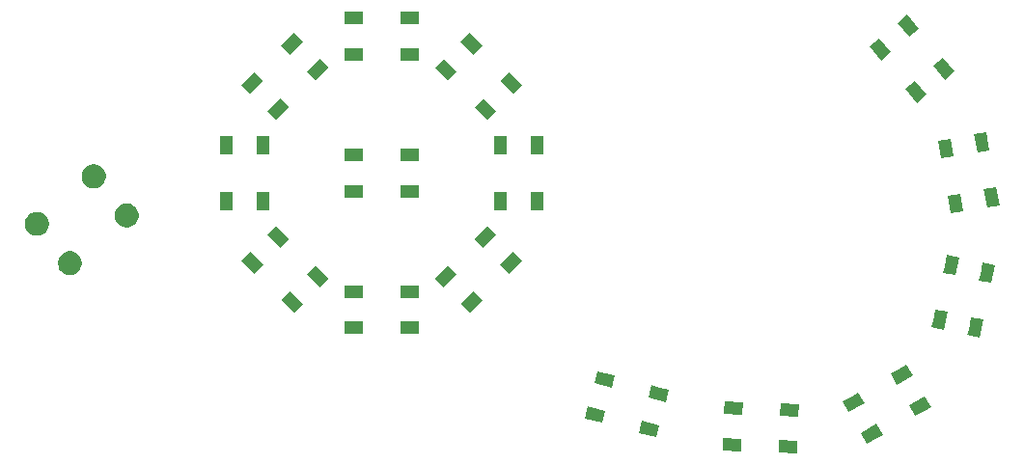
<source format=gts>
G04 #@! TF.GenerationSoftware,KiCad,Pcbnew,(5.0.1-3-g963ef8bb5)*
G04 #@! TF.CreationDate,2019-04-21T20:34:48+02:00*
G04 #@! TF.ProjectId,unicorn_pcb,756E69636F726E5F7063622E6B696361,rev?*
G04 #@! TF.SameCoordinates,Original*
G04 #@! TF.FileFunction,Soldermask,Top*
G04 #@! TF.FilePolarity,Negative*
%FSLAX46Y46*%
G04 Gerber Fmt 4.6, Leading zero omitted, Abs format (unit mm)*
G04 Created by KiCad (PCBNEW (5.0.1-3-g963ef8bb5)) date Sunday, 21 April 2019 at 20:34:48*
%MOMM*%
%LPD*%
G01*
G04 APERTURE LIST*
%ADD10C,0.100000*%
G04 APERTURE END LIST*
D10*
G36*
X225462410Y-96511819D02*
X225423950Y-97613148D01*
X223822926Y-97557239D01*
X223861386Y-96455910D01*
X225462410Y-96511819D01*
X225462410Y-96511819D01*
G37*
G36*
X220565395Y-96340812D02*
X220526935Y-97442141D01*
X218925911Y-97386232D01*
X218964371Y-96284903D01*
X220565395Y-96340812D01*
X220565395Y-96340812D01*
G37*
G36*
X232947425Y-95987321D02*
X232431997Y-96284903D01*
X231560052Y-96788321D01*
X231560051Y-96788321D01*
X231009051Y-95833961D01*
X231702738Y-95433461D01*
X232396424Y-95032961D01*
X232396425Y-95032961D01*
X232947425Y-95987321D01*
X232947425Y-95987321D01*
G37*
G36*
X213368724Y-95154677D02*
X213083506Y-96219127D01*
X213083505Y-96219127D01*
X211536092Y-95804499D01*
X211821310Y-94740049D01*
X211821311Y-94740049D01*
X213368724Y-95154677D01*
X213368724Y-95154677D01*
G37*
G36*
X207332667Y-93537321D02*
X208635687Y-93886464D01*
X208350469Y-94950914D01*
X208350468Y-94950914D01*
X206803055Y-94536286D01*
X207088273Y-93471836D01*
X207088274Y-93471836D01*
X207332667Y-93537321D01*
X207332667Y-93537321D01*
G37*
G36*
X225574089Y-93313768D02*
X225535629Y-94415097D01*
X223934605Y-94359188D01*
X223973065Y-93257859D01*
X225574089Y-93313768D01*
X225574089Y-93313768D01*
G37*
G36*
X237190949Y-93537321D02*
X236586215Y-93886464D01*
X235803576Y-94338321D01*
X235803575Y-94338321D01*
X235252575Y-93383961D01*
X236413786Y-92713536D01*
X236639948Y-92582961D01*
X236639949Y-92582961D01*
X237190949Y-93537321D01*
X237190949Y-93537321D01*
G37*
G36*
X220677074Y-93142761D02*
X220638614Y-94244090D01*
X219037590Y-94188181D01*
X219043567Y-94017039D01*
X219076050Y-93086852D01*
X220677074Y-93142761D01*
X220677074Y-93142761D01*
G37*
G36*
X231347425Y-93216039D02*
X231056575Y-93383961D01*
X229960052Y-94017039D01*
X229960051Y-94017039D01*
X229409051Y-93062679D01*
X230239948Y-92582961D01*
X230796424Y-92261679D01*
X230796425Y-92261679D01*
X231347425Y-93216039D01*
X231347425Y-93216039D01*
G37*
G36*
X213436491Y-91859951D02*
X214196945Y-92063714D01*
X213911727Y-93128164D01*
X213911726Y-93128164D01*
X212364313Y-92713536D01*
X212649531Y-91649086D01*
X212649532Y-91649086D01*
X213436491Y-91859951D01*
X213436491Y-91859951D01*
G37*
G36*
X209353954Y-90766039D02*
X209463908Y-90795501D01*
X209178690Y-91859951D01*
X209178689Y-91859951D01*
X207631276Y-91445323D01*
X207916494Y-90380873D01*
X207916495Y-90380873D01*
X209353954Y-90766039D01*
X209353954Y-90766039D01*
G37*
G36*
X235590949Y-90766039D02*
X234897262Y-91166539D01*
X234203576Y-91567039D01*
X234203575Y-91567039D01*
X233652575Y-90612679D01*
X234346262Y-90212179D01*
X235039948Y-89811679D01*
X235039949Y-89811679D01*
X235590949Y-90766039D01*
X235590949Y-90766039D01*
G37*
G36*
X241791150Y-85880183D02*
X241458076Y-87447176D01*
X241458075Y-87447176D01*
X240380156Y-87218057D01*
X240472873Y-86781859D01*
X240713230Y-85651064D01*
X240713231Y-85651064D01*
X241791150Y-85880183D01*
X241791150Y-85880183D01*
G37*
G36*
X192251000Y-87151000D02*
X190649000Y-87151000D01*
X190649000Y-86049000D01*
X192251000Y-86049000D01*
X192251000Y-87151000D01*
X192251000Y-87151000D01*
G37*
G36*
X187351000Y-87151000D02*
X185749000Y-87151000D01*
X185749000Y-86049000D01*
X187351000Y-86049000D01*
X187351000Y-87151000D01*
X187351000Y-87151000D01*
G37*
G36*
X238661077Y-85214866D02*
X238328003Y-86781859D01*
X238328002Y-86781859D01*
X237250083Y-86552740D01*
X237357156Y-86049000D01*
X237583157Y-84985747D01*
X237583158Y-84985747D01*
X238661077Y-85214866D01*
X238661077Y-85214866D01*
G37*
G36*
X197834968Y-84167005D02*
X196702182Y-85299791D01*
X195922950Y-84520559D01*
X197055736Y-83387773D01*
X197834968Y-84167005D01*
X197834968Y-84167005D01*
G37*
G36*
X182077050Y-84520559D02*
X181297818Y-85299791D01*
X180165032Y-84167005D01*
X180944264Y-83387773D01*
X182077050Y-84520559D01*
X182077050Y-84520559D01*
G37*
G36*
X187351000Y-83951000D02*
X185749000Y-83951000D01*
X185749000Y-82849000D01*
X187351000Y-82849000D01*
X187351000Y-83951000D01*
X187351000Y-83951000D01*
G37*
G36*
X192251000Y-83951000D02*
X190649000Y-83951000D01*
X190649000Y-82849000D01*
X192251000Y-82849000D01*
X192251000Y-83951000D01*
X192251000Y-83951000D01*
G37*
G36*
X195572227Y-81904264D02*
X194439441Y-83037050D01*
X193660209Y-82257818D01*
X194792995Y-81125032D01*
X195572227Y-81904264D01*
X195572227Y-81904264D01*
G37*
G36*
X184339791Y-82257818D02*
X183560559Y-83037050D01*
X182427773Y-81904264D01*
X183207005Y-81125032D01*
X184339791Y-82257818D01*
X184339791Y-82257818D01*
G37*
G36*
X242496843Y-81020714D02*
X242809917Y-81087260D01*
X242476843Y-82654253D01*
X242476842Y-82654253D01*
X241398923Y-82425134D01*
X241504632Y-81927811D01*
X241731997Y-80858141D01*
X241731998Y-80858141D01*
X242496843Y-81020714D01*
X242496843Y-81020714D01*
G37*
G36*
X239667715Y-80419365D02*
X239679844Y-80421943D01*
X239346770Y-81988936D01*
X239346769Y-81988936D01*
X238268850Y-81759817D01*
X238382791Y-81223765D01*
X238601924Y-80192824D01*
X238601925Y-80192824D01*
X239667715Y-80419365D01*
X239667715Y-80419365D01*
G37*
G36*
X161949109Y-79906589D02*
X162140378Y-79985815D01*
X162312520Y-80100837D01*
X162458907Y-80247224D01*
X162573929Y-80419366D01*
X162653155Y-80610635D01*
X162693544Y-80813684D01*
X162693544Y-81020716D01*
X162653155Y-81223765D01*
X162573929Y-81415034D01*
X162458907Y-81587176D01*
X162312520Y-81733563D01*
X162140378Y-81848585D01*
X161949109Y-81927811D01*
X161746060Y-81968200D01*
X161539028Y-81968200D01*
X161335979Y-81927811D01*
X161144710Y-81848585D01*
X160972568Y-81733563D01*
X160826181Y-81587176D01*
X160711159Y-81415034D01*
X160631933Y-81223765D01*
X160591544Y-81020716D01*
X160591544Y-80813684D01*
X160631933Y-80610635D01*
X160711159Y-80419366D01*
X160826181Y-80247224D01*
X160972568Y-80100837D01*
X161144710Y-79985815D01*
X161335979Y-79906589D01*
X161539028Y-79866200D01*
X161746060Y-79866200D01*
X161949109Y-79906589D01*
X161949109Y-79906589D01*
G37*
G36*
X178612227Y-81055736D02*
X177832995Y-81834968D01*
X176700209Y-80702182D01*
X177479441Y-79922950D01*
X178612227Y-81055736D01*
X178612227Y-81055736D01*
G37*
G36*
X201299791Y-80702182D02*
X200167005Y-81834968D01*
X199387773Y-81055736D01*
X200520559Y-79922950D01*
X201299791Y-80702182D01*
X201299791Y-80702182D01*
G37*
G36*
X180874968Y-78792995D02*
X180095736Y-79572227D01*
X178962950Y-78439441D01*
X179742182Y-77660209D01*
X180874968Y-78792995D01*
X180874968Y-78792995D01*
G37*
G36*
X199037050Y-78439441D02*
X197904264Y-79572227D01*
X197125032Y-78792995D01*
X198257818Y-77660209D01*
X199037050Y-78439441D01*
X199037050Y-78439441D01*
G37*
G36*
X159056565Y-76459389D02*
X159247834Y-76538615D01*
X159419976Y-76653637D01*
X159566363Y-76800024D01*
X159681385Y-76972166D01*
X159760611Y-77163435D01*
X159801000Y-77366484D01*
X159801000Y-77573516D01*
X159760611Y-77776565D01*
X159681385Y-77967834D01*
X159566363Y-78139976D01*
X159419976Y-78286363D01*
X159247834Y-78401385D01*
X159056565Y-78480611D01*
X158853516Y-78521000D01*
X158646484Y-78521000D01*
X158443435Y-78480611D01*
X158252166Y-78401385D01*
X158080024Y-78286363D01*
X157933637Y-78139976D01*
X157818615Y-77967834D01*
X157739389Y-77776565D01*
X157699000Y-77573516D01*
X157699000Y-77366484D01*
X157739389Y-77163435D01*
X157818615Y-76972166D01*
X157933637Y-76800024D01*
X158080024Y-76653637D01*
X158252166Y-76538615D01*
X158443435Y-76459389D01*
X158646484Y-76419000D01*
X158853516Y-76419000D01*
X159056565Y-76459389D01*
X159056565Y-76459389D01*
G37*
G36*
X166928398Y-75728470D02*
X167119667Y-75807696D01*
X167291809Y-75922718D01*
X167438196Y-76069105D01*
X167553218Y-76241247D01*
X167632444Y-76432516D01*
X167672833Y-76635565D01*
X167672833Y-76842597D01*
X167632444Y-77045646D01*
X167553218Y-77236915D01*
X167438196Y-77409057D01*
X167291809Y-77555444D01*
X167119667Y-77670466D01*
X166928398Y-77749692D01*
X166725349Y-77790081D01*
X166518317Y-77790081D01*
X166315268Y-77749692D01*
X166123999Y-77670466D01*
X165951857Y-77555444D01*
X165805470Y-77409057D01*
X165690448Y-77236915D01*
X165611222Y-77045646D01*
X165570833Y-76842597D01*
X165570833Y-76635565D01*
X165611222Y-76432516D01*
X165690448Y-76241247D01*
X165805470Y-76069105D01*
X165951857Y-75922718D01*
X166123999Y-75807696D01*
X166315268Y-75728470D01*
X166518317Y-75688081D01*
X166725349Y-75688081D01*
X166928398Y-75728470D01*
X166928398Y-75728470D01*
G37*
G36*
X240031467Y-76383767D02*
X238946209Y-76575127D01*
X238668025Y-74997465D01*
X239753283Y-74806105D01*
X240031467Y-76383767D01*
X240031467Y-76383767D01*
G37*
G36*
X179151000Y-76251000D02*
X178049000Y-76251000D01*
X178049000Y-74649000D01*
X179151000Y-74649000D01*
X179151000Y-76251000D01*
X179151000Y-76251000D01*
G37*
G36*
X199951000Y-76251000D02*
X198849000Y-76251000D01*
X198849000Y-74649000D01*
X199951000Y-74649000D01*
X199951000Y-76251000D01*
X199951000Y-76251000D01*
G37*
G36*
X203151000Y-76251000D02*
X202049000Y-76251000D01*
X202049000Y-74649000D01*
X203151000Y-74649000D01*
X203151000Y-76251000D01*
X203151000Y-76251000D01*
G37*
G36*
X175951000Y-76251000D02*
X174849000Y-76251000D01*
X174849000Y-74649000D01*
X175951000Y-74649000D01*
X175951000Y-76251000D01*
X175951000Y-76251000D01*
G37*
G36*
X243182851Y-75828093D02*
X242097593Y-76019453D01*
X241819409Y-74441791D01*
X242904667Y-74250431D01*
X243182851Y-75828093D01*
X243182851Y-75828093D01*
G37*
G36*
X192251000Y-75151000D02*
X190649000Y-75151000D01*
X190649000Y-74049000D01*
X192251000Y-74049000D01*
X192251000Y-75151000D01*
X192251000Y-75151000D01*
G37*
G36*
X187351000Y-75151000D02*
X185749000Y-75151000D01*
X185749000Y-74049000D01*
X187351000Y-74049000D01*
X187351000Y-75151000D01*
X187351000Y-75151000D01*
G37*
G36*
X164035854Y-72281270D02*
X164227123Y-72360496D01*
X164399265Y-72475518D01*
X164545652Y-72621905D01*
X164660674Y-72794047D01*
X164739900Y-72985316D01*
X164780289Y-73188365D01*
X164780289Y-73395397D01*
X164739900Y-73598446D01*
X164660674Y-73789715D01*
X164545652Y-73961857D01*
X164399265Y-74108244D01*
X164227123Y-74223266D01*
X164035854Y-74302492D01*
X163832805Y-74342881D01*
X163625773Y-74342881D01*
X163422724Y-74302492D01*
X163231455Y-74223266D01*
X163059313Y-74108244D01*
X162912926Y-73961857D01*
X162797904Y-73789715D01*
X162718678Y-73598446D01*
X162678289Y-73395397D01*
X162678289Y-73188365D01*
X162718678Y-72985316D01*
X162797904Y-72794047D01*
X162912926Y-72621905D01*
X163059313Y-72475518D01*
X163231455Y-72360496D01*
X163422724Y-72281270D01*
X163625773Y-72240881D01*
X163832805Y-72240881D01*
X164035854Y-72281270D01*
X164035854Y-72281270D01*
G37*
G36*
X192251000Y-71951000D02*
X190649000Y-71951000D01*
X190649000Y-70849000D01*
X192251000Y-70849000D01*
X192251000Y-71951000D01*
X192251000Y-71951000D01*
G37*
G36*
X187351000Y-71951000D02*
X185749000Y-71951000D01*
X185749000Y-70849000D01*
X187351000Y-70849000D01*
X187351000Y-71951000D01*
X187351000Y-71951000D01*
G37*
G36*
X239180591Y-71558209D02*
X238095333Y-71749569D01*
X237817149Y-70171907D01*
X238902407Y-69980547D01*
X239180591Y-71558209D01*
X239180591Y-71558209D01*
G37*
G36*
X203151000Y-71351000D02*
X202049000Y-71351000D01*
X202049000Y-69749000D01*
X203151000Y-69749000D01*
X203151000Y-71351000D01*
X203151000Y-71351000D01*
G37*
G36*
X199951000Y-71351000D02*
X198849000Y-71351000D01*
X198849000Y-69749000D01*
X199951000Y-69749000D01*
X199951000Y-71351000D01*
X199951000Y-71351000D01*
G37*
G36*
X179151000Y-71351000D02*
X178049000Y-71351000D01*
X178049000Y-69749000D01*
X179151000Y-69749000D01*
X179151000Y-71351000D01*
X179151000Y-71351000D01*
G37*
G36*
X175951000Y-71351000D02*
X174849000Y-71351000D01*
X174849000Y-69749000D01*
X175951000Y-69749000D01*
X175951000Y-71351000D01*
X175951000Y-71351000D01*
G37*
G36*
X242331975Y-71002535D02*
X241246717Y-71193895D01*
X240968533Y-69616233D01*
X242053791Y-69424873D01*
X242331975Y-71002535D01*
X242331975Y-71002535D01*
G37*
G36*
X199037050Y-67560559D02*
X198257818Y-68339791D01*
X197125032Y-67207005D01*
X197904264Y-66427773D01*
X199037050Y-67560559D01*
X199037050Y-67560559D01*
G37*
G36*
X180874968Y-67207005D02*
X179742182Y-68339791D01*
X178962950Y-67560559D01*
X180095736Y-66427773D01*
X180874968Y-67207005D01*
X180874968Y-67207005D01*
G37*
G36*
X236786122Y-66164695D02*
X235941941Y-66873047D01*
X234912196Y-65645843D01*
X235756377Y-64937491D01*
X236786122Y-66164695D01*
X236786122Y-66164695D01*
G37*
G36*
X178612227Y-64944264D02*
X177479441Y-66077050D01*
X176700209Y-65297818D01*
X177832995Y-64165032D01*
X178612227Y-64944264D01*
X178612227Y-64944264D01*
G37*
G36*
X201299791Y-65297818D02*
X200520559Y-66077050D01*
X199387773Y-64944264D01*
X200167005Y-64165032D01*
X201299791Y-65297818D01*
X201299791Y-65297818D01*
G37*
G36*
X184339791Y-63742182D02*
X183207005Y-64874968D01*
X182427773Y-64095736D01*
X183560559Y-62962950D01*
X184339791Y-63742182D01*
X184339791Y-63742182D01*
G37*
G36*
X195572227Y-64095736D02*
X194792995Y-64874968D01*
X193660209Y-63742182D01*
X194439441Y-62962950D01*
X195572227Y-64095736D01*
X195572227Y-64095736D01*
G37*
G36*
X239237464Y-64107775D02*
X238393283Y-64816127D01*
X237363538Y-63588923D01*
X238207719Y-62880571D01*
X239237464Y-64107775D01*
X239237464Y-64107775D01*
G37*
G36*
X187351000Y-63151000D02*
X185749000Y-63151000D01*
X185749000Y-62049000D01*
X187351000Y-62049000D01*
X187351000Y-63151000D01*
X187351000Y-63151000D01*
G37*
G36*
X192251000Y-63151000D02*
X190649000Y-63151000D01*
X190649000Y-62049000D01*
X192251000Y-62049000D01*
X192251000Y-63151000D01*
X192251000Y-63151000D01*
G37*
G36*
X233636462Y-62411077D02*
X232792281Y-63119429D01*
X231762536Y-61892225D01*
X232606717Y-61183873D01*
X233636462Y-62411077D01*
X233636462Y-62411077D01*
G37*
G36*
X197834968Y-61832995D02*
X197055736Y-62612227D01*
X195922950Y-61479441D01*
X196702182Y-60700209D01*
X197834968Y-61832995D01*
X197834968Y-61832995D01*
G37*
G36*
X182077050Y-61479441D02*
X180944264Y-62612227D01*
X180165032Y-61832995D01*
X181297818Y-60700209D01*
X182077050Y-61479441D01*
X182077050Y-61479441D01*
G37*
G36*
X236087804Y-60354157D02*
X235243623Y-61062509D01*
X234213878Y-59835305D01*
X235058059Y-59126953D01*
X236087804Y-60354157D01*
X236087804Y-60354157D01*
G37*
G36*
X187351000Y-59951000D02*
X185749000Y-59951000D01*
X185749000Y-58849000D01*
X187351000Y-58849000D01*
X187351000Y-59951000D01*
X187351000Y-59951000D01*
G37*
G36*
X192251000Y-59951000D02*
X190649000Y-59951000D01*
X190649000Y-58849000D01*
X192251000Y-58849000D01*
X192251000Y-59951000D01*
X192251000Y-59951000D01*
G37*
M02*

</source>
